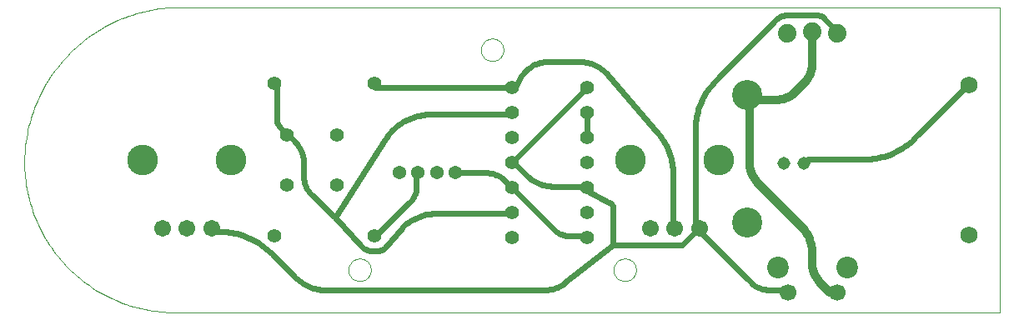
<source format=gtl>
G75*
%MOIN*%
%OFA0B0*%
%FSLAX24Y24*%
%IPPOS*%
%LPD*%
%AMOC8*
5,1,8,0,0,1.08239X$1,22.5*
%
%ADD10C,0.0000*%
%ADD11C,0.1200*%
%ADD12C,0.0560*%
%ADD13C,0.0516*%
%ADD14C,0.0690*%
%ADD15C,0.0673*%
%ADD16C,0.1227*%
%ADD17C,0.0540*%
%ADD18C,0.0866*%
%ADD19C,0.0669*%
%ADD20C,0.0740*%
%ADD21C,0.0240*%
%ADD22C,0.0320*%
D10*
X006701Y001180D02*
X039656Y001180D01*
X039656Y013385D01*
X006982Y013385D01*
X018930Y011680D02*
X018932Y011722D01*
X018938Y011764D01*
X018948Y011805D01*
X018961Y011845D01*
X018979Y011883D01*
X018999Y011920D01*
X019024Y011955D01*
X019051Y011987D01*
X019081Y012016D01*
X019114Y012043D01*
X019149Y012066D01*
X019186Y012086D01*
X019225Y012102D01*
X019265Y012115D01*
X019306Y012124D01*
X019348Y012129D01*
X019391Y012130D01*
X019433Y012127D01*
X019474Y012120D01*
X019515Y012109D01*
X019555Y012095D01*
X019593Y012077D01*
X019629Y012055D01*
X019663Y012030D01*
X019694Y012002D01*
X019723Y011971D01*
X019749Y011938D01*
X019771Y011902D01*
X019791Y011864D01*
X019806Y011825D01*
X019818Y011785D01*
X019826Y011743D01*
X019830Y011701D01*
X019830Y011659D01*
X019826Y011617D01*
X019818Y011575D01*
X019806Y011535D01*
X019791Y011496D01*
X019771Y011458D01*
X019749Y011422D01*
X019723Y011389D01*
X019694Y011358D01*
X019663Y011330D01*
X019629Y011305D01*
X019593Y011283D01*
X019555Y011265D01*
X019515Y011251D01*
X019474Y011240D01*
X019433Y011233D01*
X019391Y011230D01*
X019348Y011231D01*
X019306Y011236D01*
X019265Y011245D01*
X019225Y011258D01*
X019186Y011274D01*
X019149Y011294D01*
X019114Y011317D01*
X019081Y011344D01*
X019051Y011373D01*
X019024Y011405D01*
X018999Y011440D01*
X018979Y011477D01*
X018961Y011515D01*
X018948Y011555D01*
X018938Y011596D01*
X018932Y011638D01*
X018930Y011680D01*
X006983Y013384D02*
X006828Y013385D01*
X006673Y013381D01*
X006518Y013373D01*
X006363Y013362D01*
X006209Y013346D01*
X006055Y013327D01*
X005901Y013304D01*
X005749Y013278D01*
X005597Y013247D01*
X005445Y013213D01*
X005295Y013174D01*
X005146Y013133D01*
X004998Y013087D01*
X004851Y013038D01*
X004705Y012985D01*
X004560Y012928D01*
X004417Y012868D01*
X004276Y012804D01*
X004136Y012737D01*
X003998Y012667D01*
X003862Y012593D01*
X003728Y012515D01*
X003595Y012434D01*
X003465Y012350D01*
X003337Y012263D01*
X003211Y012173D01*
X003087Y012079D01*
X002966Y011983D01*
X002847Y011883D01*
X002730Y011780D01*
X002617Y011675D01*
X002505Y011567D01*
X002397Y011456D01*
X002291Y011342D01*
X002189Y011226D01*
X002089Y011107D01*
X001992Y010986D01*
X001898Y010863D01*
X001808Y010737D01*
X001720Y010609D01*
X001636Y010479D01*
X001555Y010346D01*
X001477Y010212D01*
X001403Y010076D01*
X001332Y009938D01*
X001265Y009798D01*
X001201Y009657D01*
X001141Y009514D01*
X001084Y009370D01*
X001031Y009224D01*
X000981Y009077D01*
X000935Y008929D01*
X000893Y008780D01*
X000855Y008630D01*
X000820Y008478D01*
X000789Y008326D01*
X000762Y008174D01*
X000739Y008020D01*
X000720Y007867D01*
X000704Y007712D01*
X000692Y007558D01*
X000685Y007403D01*
X000681Y007248D01*
X000680Y007248D02*
X000680Y007201D01*
X000682Y007048D01*
X000688Y006896D01*
X000697Y006744D01*
X000711Y006592D01*
X000728Y006440D01*
X000749Y006289D01*
X000774Y006139D01*
X000803Y005989D01*
X000836Y005840D01*
X000872Y005692D01*
X000912Y005545D01*
X000956Y005399D01*
X001004Y005254D01*
X001055Y005110D01*
X001110Y004968D01*
X001168Y004827D01*
X001230Y004687D01*
X001295Y004549D01*
X001364Y004413D01*
X001437Y004279D01*
X001512Y004147D01*
X001591Y004016D01*
X001674Y003888D01*
X001759Y003761D01*
X001848Y003637D01*
X001940Y003516D01*
X002035Y003396D01*
X002133Y003279D01*
X002233Y003165D01*
X002337Y003053D01*
X002444Y002944D01*
X002553Y002837D01*
X002665Y002733D01*
X002779Y002633D01*
X002896Y002535D01*
X003016Y002440D01*
X003137Y002348D01*
X003261Y002259D01*
X003388Y002174D01*
X003516Y002091D01*
X003647Y002012D01*
X003779Y001937D01*
X003913Y001864D01*
X004049Y001795D01*
X004187Y001730D01*
X004327Y001668D01*
X004468Y001610D01*
X004610Y001555D01*
X004754Y001504D01*
X004899Y001456D01*
X005045Y001412D01*
X005192Y001372D01*
X005340Y001336D01*
X005489Y001303D01*
X005639Y001274D01*
X005789Y001249D01*
X005940Y001228D01*
X006092Y001211D01*
X006244Y001197D01*
X006396Y001188D01*
X006548Y001182D01*
X006701Y001180D01*
X013630Y002880D02*
X013632Y002922D01*
X013638Y002964D01*
X013648Y003005D01*
X013661Y003045D01*
X013679Y003083D01*
X013699Y003120D01*
X013724Y003155D01*
X013751Y003187D01*
X013781Y003216D01*
X013814Y003243D01*
X013849Y003266D01*
X013886Y003286D01*
X013925Y003302D01*
X013965Y003315D01*
X014006Y003324D01*
X014048Y003329D01*
X014091Y003330D01*
X014133Y003327D01*
X014174Y003320D01*
X014215Y003309D01*
X014255Y003295D01*
X014293Y003277D01*
X014329Y003255D01*
X014363Y003230D01*
X014394Y003202D01*
X014423Y003171D01*
X014449Y003138D01*
X014471Y003102D01*
X014491Y003064D01*
X014506Y003025D01*
X014518Y002985D01*
X014526Y002943D01*
X014530Y002901D01*
X014530Y002859D01*
X014526Y002817D01*
X014518Y002775D01*
X014506Y002735D01*
X014491Y002696D01*
X014471Y002658D01*
X014449Y002622D01*
X014423Y002589D01*
X014394Y002558D01*
X014363Y002530D01*
X014329Y002505D01*
X014293Y002483D01*
X014255Y002465D01*
X014215Y002451D01*
X014174Y002440D01*
X014133Y002433D01*
X014091Y002430D01*
X014048Y002431D01*
X014006Y002436D01*
X013965Y002445D01*
X013925Y002458D01*
X013886Y002474D01*
X013849Y002494D01*
X013814Y002517D01*
X013781Y002544D01*
X013751Y002573D01*
X013724Y002605D01*
X013699Y002640D01*
X013679Y002677D01*
X013661Y002715D01*
X013648Y002755D01*
X013638Y002796D01*
X013632Y002838D01*
X013630Y002880D01*
X024230Y002880D02*
X024232Y002922D01*
X024238Y002964D01*
X024248Y003005D01*
X024261Y003045D01*
X024279Y003083D01*
X024299Y003120D01*
X024324Y003155D01*
X024351Y003187D01*
X024381Y003216D01*
X024414Y003243D01*
X024449Y003266D01*
X024486Y003286D01*
X024525Y003302D01*
X024565Y003315D01*
X024606Y003324D01*
X024648Y003329D01*
X024691Y003330D01*
X024733Y003327D01*
X024774Y003320D01*
X024815Y003309D01*
X024855Y003295D01*
X024893Y003277D01*
X024929Y003255D01*
X024963Y003230D01*
X024994Y003202D01*
X025023Y003171D01*
X025049Y003138D01*
X025071Y003102D01*
X025091Y003064D01*
X025106Y003025D01*
X025118Y002985D01*
X025126Y002943D01*
X025130Y002901D01*
X025130Y002859D01*
X025126Y002817D01*
X025118Y002775D01*
X025106Y002735D01*
X025091Y002696D01*
X025071Y002658D01*
X025049Y002622D01*
X025023Y002589D01*
X024994Y002558D01*
X024963Y002530D01*
X024929Y002505D01*
X024893Y002483D01*
X024855Y002465D01*
X024815Y002451D01*
X024774Y002440D01*
X024733Y002433D01*
X024691Y002430D01*
X024648Y002431D01*
X024606Y002436D01*
X024565Y002445D01*
X024525Y002458D01*
X024486Y002474D01*
X024449Y002494D01*
X024414Y002517D01*
X024381Y002544D01*
X024351Y002573D01*
X024324Y002605D01*
X024299Y002640D01*
X024279Y002677D01*
X024261Y002715D01*
X024248Y002755D01*
X024238Y002796D01*
X024232Y002838D01*
X024230Y002880D01*
D11*
X029580Y004780D03*
X029580Y009880D03*
D12*
X023180Y010180D03*
X023180Y009180D03*
X023180Y008180D03*
X023180Y007180D03*
X023180Y006180D03*
X023180Y005180D03*
X023180Y004180D03*
X020180Y004180D03*
X020180Y005180D03*
X020180Y006180D03*
X020180Y007180D03*
X020180Y008180D03*
X020180Y009180D03*
X020180Y010180D03*
X014680Y010330D03*
X010680Y010330D03*
X011180Y008280D03*
X013180Y008280D03*
X013180Y006280D03*
X011180Y006280D03*
X010680Y004230D03*
X014680Y004230D03*
D13*
X031036Y007130D03*
X031824Y007130D03*
D14*
X038426Y004282D03*
X038426Y010282D03*
D15*
X027664Y004526D03*
X026680Y004526D03*
X025696Y004526D03*
X008164Y004526D03*
X007180Y004526D03*
X006196Y004526D03*
D16*
X005408Y007282D03*
X008952Y007282D03*
X024908Y007282D03*
X028452Y007282D03*
D17*
X017920Y006782D03*
X017170Y006782D03*
X016420Y006782D03*
X015670Y006782D03*
D18*
X030802Y002964D03*
X033558Y002964D03*
D19*
X033164Y001980D03*
X031196Y001980D03*
D20*
X031180Y012341D03*
X032180Y012419D03*
X033180Y012341D03*
D21*
X033080Y012520D01*
X032651Y012949D01*
X032383Y013060D02*
X031111Y013060D01*
X030785Y012925D02*
X028299Y010439D01*
X026014Y008342D02*
X024013Y010669D01*
X023180Y010180D02*
X020180Y007180D01*
X020300Y007120D01*
X020750Y006670D01*
X020120Y006220D02*
X019894Y006446D01*
X020120Y006220D02*
X020180Y006180D01*
X020300Y006040D01*
X021824Y004516D01*
X022491Y004240D02*
X023180Y004240D01*
X023180Y004180D01*
X024220Y003880D02*
X026960Y003880D01*
X027500Y004420D01*
X027664Y004526D01*
X027500Y004600D01*
X027500Y008510D01*
X027502Y008612D01*
X027508Y008714D01*
X027517Y008815D01*
X027530Y008917D01*
X027548Y009017D01*
X027568Y009117D01*
X027593Y009216D01*
X027621Y009314D01*
X027653Y009411D01*
X027689Y009507D01*
X027728Y009601D01*
X027770Y009694D01*
X027816Y009785D01*
X027865Y009874D01*
X027918Y009961D01*
X027974Y010047D01*
X028033Y010130D01*
X028095Y010211D01*
X028160Y010289D01*
X028228Y010366D01*
X028299Y010439D01*
X023180Y009180D02*
X023180Y008180D01*
X021837Y006220D02*
X021762Y006222D01*
X021686Y006227D01*
X021611Y006237D01*
X021537Y006250D01*
X021464Y006266D01*
X021391Y006286D01*
X021319Y006310D01*
X021249Y006337D01*
X021180Y006368D01*
X021112Y006401D01*
X021047Y006439D01*
X020983Y006479D01*
X020921Y006522D01*
X020862Y006569D01*
X020805Y006618D01*
X020750Y006670D01*
X021837Y006220D02*
X023180Y006220D01*
X023180Y006180D01*
X023180Y006040D01*
X024046Y005590D01*
X024077Y005572D01*
X024105Y005551D01*
X024130Y005527D01*
X024153Y005500D01*
X024173Y005471D01*
X024190Y005440D01*
X024203Y005408D01*
X024212Y005374D01*
X024218Y005339D01*
X024220Y005304D01*
X024220Y003880D01*
X022280Y002362D01*
X021463Y002080D02*
X012686Y002080D01*
X011549Y002551D02*
X010560Y003540D01*
X011549Y002551D02*
X011606Y002497D01*
X011666Y002445D01*
X011728Y002396D01*
X011793Y002351D01*
X011859Y002309D01*
X011928Y002270D01*
X011998Y002234D01*
X012071Y002202D01*
X012144Y002174D01*
X012219Y002149D01*
X012295Y002128D01*
X012372Y002111D01*
X012450Y002097D01*
X012528Y002088D01*
X012607Y002082D01*
X012686Y002080D01*
X010559Y003540D02*
X010482Y003615D01*
X010403Y003687D01*
X010320Y003755D01*
X010236Y003821D01*
X010149Y003884D01*
X010060Y003943D01*
X009968Y004000D01*
X009875Y004053D01*
X009780Y004102D01*
X009683Y004149D01*
X009585Y004191D01*
X009485Y004231D01*
X009384Y004266D01*
X009282Y004298D01*
X009179Y004327D01*
X009074Y004351D01*
X008969Y004372D01*
X008863Y004389D01*
X008757Y004403D01*
X008650Y004412D01*
X008543Y004418D01*
X008436Y004420D01*
X008240Y004420D01*
X008164Y004526D01*
X012121Y005939D02*
X013100Y004960D01*
X015110Y008112D01*
X016912Y009100D02*
X020120Y009100D01*
X020180Y009180D01*
X020465Y010499D02*
X020501Y010563D01*
X020540Y010625D01*
X020582Y010684D01*
X020627Y010742D01*
X020675Y010796D01*
X020727Y010848D01*
X020781Y010897D01*
X020837Y010943D01*
X020896Y010986D01*
X020958Y011026D01*
X021021Y011062D01*
X021086Y011094D01*
X021153Y011124D01*
X021222Y011149D01*
X021292Y011170D01*
X021362Y011188D01*
X021434Y011202D01*
X021506Y011212D01*
X021579Y011218D01*
X021652Y011220D01*
X022814Y011220D01*
X020466Y010499D02*
X020300Y010180D01*
X020180Y010180D01*
X014720Y010180D01*
X014680Y010330D01*
X010884Y008616D02*
X010859Y008643D01*
X010837Y008673D01*
X010817Y008704D01*
X010800Y008737D01*
X010786Y008771D01*
X010774Y008806D01*
X010766Y008842D01*
X010762Y008879D01*
X010760Y008916D01*
X010760Y010180D01*
X010680Y010330D01*
X010884Y008616D02*
X011120Y008380D01*
X011180Y008280D01*
X011300Y008200D01*
X011472Y008028D01*
X011840Y007140D02*
X011840Y006617D01*
X011842Y006559D01*
X011847Y006502D01*
X011856Y006444D01*
X011868Y006388D01*
X011883Y006332D01*
X011902Y006277D01*
X011924Y006224D01*
X011950Y006172D01*
X011978Y006121D01*
X012010Y006073D01*
X012044Y006026D01*
X012081Y005982D01*
X012121Y005940D01*
X013100Y004960D02*
X014148Y003825D01*
X014549Y003650D02*
X014850Y003650D01*
X015096Y003765D02*
X015757Y004557D01*
X014720Y004240D02*
X014680Y004230D01*
X014720Y004240D02*
X016125Y005645D01*
X017164Y005140D02*
X020120Y005140D01*
X020180Y005180D01*
X019894Y006446D02*
X019847Y006491D01*
X019798Y006532D01*
X019745Y006570D01*
X019691Y006606D01*
X019635Y006637D01*
X019577Y006666D01*
X019517Y006690D01*
X019456Y006712D01*
X019393Y006729D01*
X019330Y006742D01*
X019266Y006752D01*
X019202Y006758D01*
X019137Y006760D01*
X017960Y006760D01*
X017920Y006782D01*
X016912Y009100D02*
X016823Y009098D01*
X016733Y009093D01*
X016645Y009083D01*
X016556Y009070D01*
X016468Y009053D01*
X016381Y009033D01*
X016295Y009009D01*
X016210Y008982D01*
X016127Y008951D01*
X016044Y008916D01*
X015963Y008878D01*
X015884Y008837D01*
X015807Y008792D01*
X015731Y008744D01*
X015658Y008693D01*
X015586Y008639D01*
X015517Y008583D01*
X015451Y008523D01*
X015387Y008461D01*
X015326Y008395D01*
X015267Y008328D01*
X015212Y008258D01*
X015159Y008186D01*
X015109Y008112D01*
X016340Y006760D02*
X016420Y006782D01*
X016340Y006760D02*
X016340Y006164D01*
X016338Y006112D01*
X016333Y006060D01*
X016323Y006008D01*
X016310Y005957D01*
X016294Y005908D01*
X016274Y005860D01*
X016250Y005813D01*
X016224Y005768D01*
X016194Y005725D01*
X016161Y005684D01*
X016125Y005646D01*
X014549Y003650D02*
X014504Y003652D01*
X014459Y003657D01*
X014415Y003667D01*
X014372Y003679D01*
X014330Y003696D01*
X014290Y003716D01*
X014251Y003739D01*
X014214Y003765D01*
X014180Y003794D01*
X014148Y003826D01*
X014850Y003650D02*
X014885Y003652D01*
X014920Y003658D01*
X014953Y003667D01*
X014986Y003680D01*
X015017Y003697D01*
X015046Y003717D01*
X015073Y003740D01*
X015096Y003765D01*
X015758Y004557D02*
X015820Y004617D01*
X015885Y004675D01*
X015953Y004729D01*
X016023Y004780D01*
X016095Y004829D01*
X016169Y004874D01*
X016246Y004915D01*
X016323Y004954D01*
X016403Y004989D01*
X016484Y005020D01*
X016566Y005048D01*
X016649Y005072D01*
X016734Y005093D01*
X016819Y005110D01*
X016904Y005123D01*
X016991Y005132D01*
X017077Y005138D01*
X017164Y005140D01*
X021463Y002080D02*
X021531Y002082D01*
X021598Y002087D01*
X021665Y002096D01*
X021732Y002108D01*
X021798Y002123D01*
X021863Y002142D01*
X021927Y002164D01*
X021990Y002189D01*
X022051Y002218D01*
X022111Y002249D01*
X022169Y002284D01*
X022226Y002321D01*
X022280Y002362D01*
X027680Y004420D02*
X027664Y004526D01*
X027680Y004420D02*
X029694Y002406D01*
X030480Y002080D02*
X031100Y002080D01*
X031196Y001980D01*
X030480Y002080D02*
X030418Y002082D01*
X030355Y002087D01*
X030294Y002096D01*
X030233Y002108D01*
X030172Y002123D01*
X030113Y002142D01*
X030054Y002165D01*
X029998Y002190D01*
X029942Y002219D01*
X029888Y002250D01*
X029837Y002285D01*
X029787Y002323D01*
X029739Y002363D01*
X029694Y002406D01*
X026680Y004526D02*
X026600Y004600D01*
X026600Y006761D01*
X026598Y006857D01*
X026592Y006952D01*
X026583Y007047D01*
X026570Y007142D01*
X026553Y007236D01*
X026532Y007329D01*
X026508Y007422D01*
X026480Y007513D01*
X026449Y007604D01*
X026414Y007693D01*
X026375Y007780D01*
X026333Y007866D01*
X026288Y007950D01*
X026240Y008033D01*
X026188Y008113D01*
X026133Y008191D01*
X026075Y008267D01*
X026014Y008341D01*
X024014Y010669D02*
X023963Y010725D01*
X023910Y010779D01*
X023854Y010830D01*
X023796Y010878D01*
X023735Y010924D01*
X023673Y010967D01*
X023608Y011006D01*
X023542Y011043D01*
X023474Y011076D01*
X023405Y011106D01*
X023334Y011132D01*
X023262Y011155D01*
X023189Y011175D01*
X023115Y011191D01*
X023040Y011204D01*
X022965Y011213D01*
X022890Y011218D01*
X022814Y011220D01*
X030786Y012925D02*
X030815Y012952D01*
X030847Y012977D01*
X030881Y012998D01*
X030917Y013017D01*
X030954Y013032D01*
X030992Y013044D01*
X031031Y013053D01*
X031071Y013058D01*
X031111Y013060D01*
X032383Y013060D02*
X032420Y013058D01*
X032457Y013053D01*
X032493Y013044D01*
X032528Y013031D01*
X032562Y013015D01*
X032594Y012996D01*
X032623Y012974D01*
X032651Y012949D01*
X034199Y007300D02*
X034304Y007302D01*
X034409Y007308D01*
X034514Y007317D01*
X034619Y007330D01*
X034722Y007347D01*
X034826Y007367D01*
X034928Y007392D01*
X035030Y007419D01*
X035130Y007451D01*
X035229Y007486D01*
X035327Y007524D01*
X035424Y007566D01*
X035519Y007612D01*
X035612Y007661D01*
X035703Y007713D01*
X035793Y007768D01*
X035880Y007826D01*
X035966Y007888D01*
X036049Y007953D01*
X036130Y008020D01*
X036208Y008090D01*
X036284Y008163D01*
X036284Y008164D02*
X038300Y010180D01*
X038426Y010282D01*
X034199Y007300D02*
X032000Y007300D01*
X031824Y007130D01*
X022491Y004240D02*
X022434Y004242D01*
X022377Y004247D01*
X022321Y004255D01*
X022265Y004267D01*
X022210Y004283D01*
X022157Y004301D01*
X022104Y004323D01*
X022053Y004348D01*
X022003Y004376D01*
X021955Y004407D01*
X021909Y004441D01*
X021866Y004477D01*
X021824Y004516D01*
X011840Y007140D02*
X011838Y007206D01*
X011833Y007271D01*
X011825Y007336D01*
X011813Y007401D01*
X011797Y007465D01*
X011779Y007528D01*
X011757Y007590D01*
X011731Y007650D01*
X011703Y007710D01*
X011672Y007767D01*
X011638Y007824D01*
X011600Y007878D01*
X011560Y007930D01*
X011518Y007980D01*
X011472Y008027D01*
D22*
X029580Y009880D02*
X029680Y009780D01*
X029680Y009680D01*
X030717Y009680D01*
X031507Y010007D02*
X031853Y010353D01*
X031508Y010007D02*
X031462Y009964D01*
X031414Y009924D01*
X031364Y009886D01*
X031312Y009851D01*
X031258Y009820D01*
X031202Y009791D01*
X031145Y009765D01*
X031086Y009743D01*
X031027Y009724D01*
X030966Y009708D01*
X030904Y009696D01*
X030842Y009687D01*
X030780Y009682D01*
X030717Y009680D01*
X029680Y009680D02*
X029680Y007094D01*
X029682Y007034D01*
X029687Y006973D01*
X029696Y006914D01*
X029709Y006855D01*
X029725Y006796D01*
X029745Y006739D01*
X029768Y006684D01*
X029795Y006629D01*
X029824Y006577D01*
X029857Y006526D01*
X029893Y006477D01*
X029931Y006431D01*
X029973Y006387D01*
X031717Y004643D01*
X032180Y003525D02*
X032180Y003094D01*
X032182Y003034D01*
X032187Y002973D01*
X032196Y002914D01*
X032209Y002855D01*
X032225Y002796D01*
X032245Y002739D01*
X032268Y002684D01*
X032295Y002629D01*
X032324Y002577D01*
X032357Y002526D01*
X032393Y002477D01*
X032431Y002431D01*
X032473Y002387D01*
X032880Y001980D01*
X033164Y001980D01*
X032180Y003525D02*
X032178Y003603D01*
X032172Y003680D01*
X032163Y003757D01*
X032150Y003833D01*
X032133Y003909D01*
X032112Y003984D01*
X032088Y004058D01*
X032060Y004130D01*
X032028Y004201D01*
X031993Y004270D01*
X031955Y004338D01*
X031914Y004403D01*
X031869Y004467D01*
X031821Y004528D01*
X031770Y004587D01*
X031717Y004643D01*
X032180Y011143D02*
X032180Y012419D01*
X032180Y011143D02*
X032178Y011080D01*
X032173Y011018D01*
X032164Y010956D01*
X032152Y010894D01*
X032136Y010833D01*
X032117Y010774D01*
X032095Y010715D01*
X032069Y010658D01*
X032040Y010602D01*
X032009Y010548D01*
X031974Y010496D01*
X031936Y010446D01*
X031896Y010398D01*
X031853Y010352D01*
M02*

</source>
